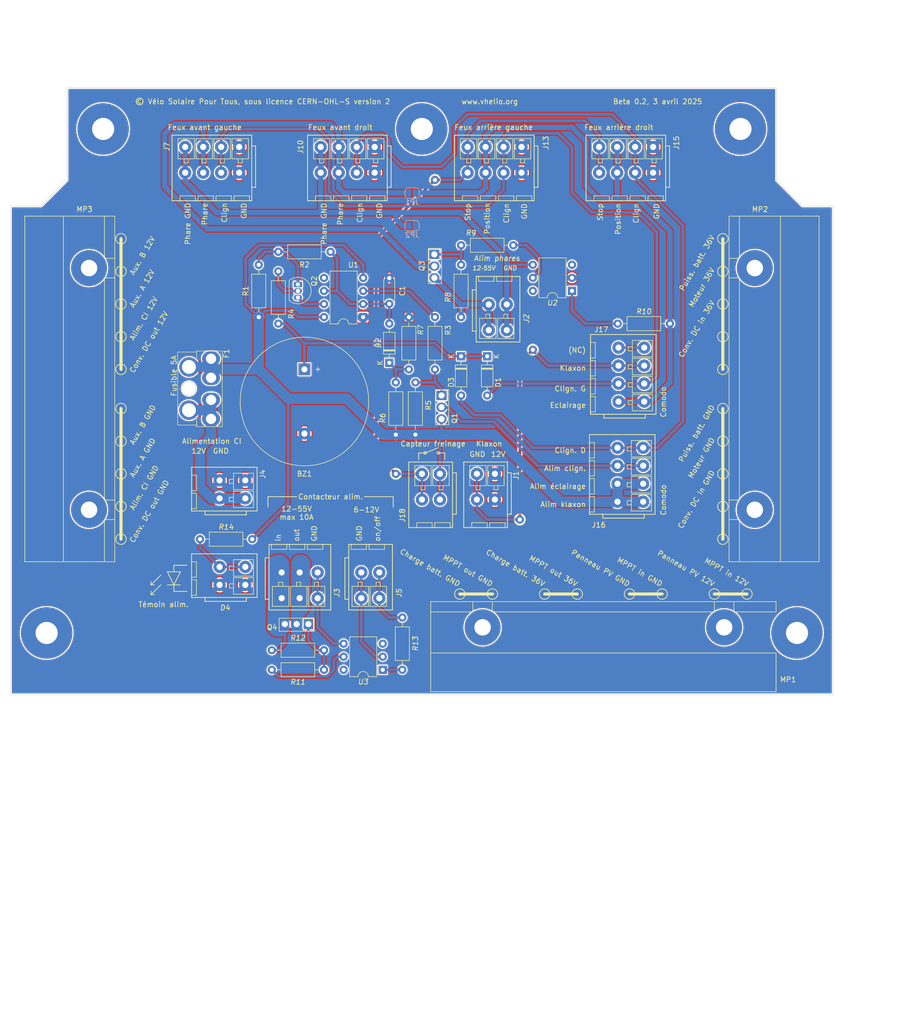
<source format=kicad_pcb>
(kicad_pcb (version 20211014) (generator pcbnew)

  (general
    (thickness 1.6)
  )

  (paper "A4")
  (layers
    (0 "F.Cu" signal)
    (31 "B.Cu" signal)
    (32 "B.Adhes" user "B.Adhesive")
    (33 "F.Adhes" user "F.Adhesive")
    (34 "B.Paste" user)
    (35 "F.Paste" user)
    (36 "B.SilkS" user "B.Silkscreen")
    (37 "F.SilkS" user "F.Silkscreen")
    (38 "B.Mask" user)
    (39 "F.Mask" user)
    (40 "Dwgs.User" user "User.Drawings")
    (41 "Cmts.User" user "User.Comments")
    (42 "Eco1.User" user "User.Eco1")
    (43 "Eco2.User" user "User.Eco2")
    (44 "Edge.Cuts" user)
    (45 "Margin" user)
    (46 "B.CrtYd" user "B.Courtyard")
    (47 "F.CrtYd" user "F.Courtyard")
    (48 "B.Fab" user)
    (49 "F.Fab" user)
    (50 "User.1" user)
    (51 "User.2" user)
    (52 "User.3" user)
    (53 "User.4" user)
    (54 "User.5" user)
    (55 "User.6" user)
    (56 "User.7" user)
    (57 "User.8" user)
    (58 "User.9" user)
  )

  (setup
    (stackup
      (layer "F.SilkS" (type "Top Silk Screen"))
      (layer "F.Paste" (type "Top Solder Paste"))
      (layer "F.Mask" (type "Top Solder Mask") (thickness 0.01))
      (layer "F.Cu" (type "copper") (thickness 0.035))
      (layer "dielectric 1" (type "core") (thickness 1.51) (material "FR4") (epsilon_r 4.5) (loss_tangent 0.02))
      (layer "B.Cu" (type "copper") (thickness 0.035))
      (layer "B.Mask" (type "Bottom Solder Mask") (thickness 0.01))
      (layer "B.Paste" (type "Bottom Solder Paste"))
      (layer "B.SilkS" (type "Bottom Silk Screen"))
      (copper_finish "None")
      (dielectric_constraints no)
    )
    (pad_to_mask_clearance 0)
    (pcbplotparams
      (layerselection 0x00010e0_ffffffff)
      (disableapertmacros false)
      (usegerberextensions false)
      (usegerberattributes true)
      (usegerberadvancedattributes true)
      (creategerberjobfile true)
      (svguseinch false)
      (svgprecision 6)
      (excludeedgelayer true)
      (plotframeref false)
      (viasonmask false)
      (mode 1)
      (useauxorigin false)
      (hpglpennumber 1)
      (hpglpenspeed 20)
      (hpglpendiameter 15.000000)
      (dxfpolygonmode true)
      (dxfimperialunits true)
      (dxfusepcbnewfont true)
      (psnegative false)
      (psa4output false)
      (plotreference true)
      (plotvalue true)
      (plotinvisibletext false)
      (sketchpadsonfab false)
      (subtractmaskfromsilk false)
      (outputformat 1)
      (mirror false)
      (drillshape 0)
      (scaleselection 1)
      (outputdirectory "")
    )
  )

  (net 0 "")
  (net 1 "GND")
  (net 2 "Net-(F1-Pad2)")
  (net 3 "Net-(D1-Pad2)")
  (net 4 "Net-(D3-Pad2)")
  (net 5 "/Phares")
  (net 6 "Net-(J13-Pad4)")
  (net 7 "Net-(J1-Pad2)")
  (net 8 "/Flasher/Out")
  (net 9 "unconnected-(J17-Pad4)")
  (net 10 "/12V_5A")
  (net 11 "Net-(Q1-Pad1)")
  (net 12 "Net-(C1-Pad1)")
  (net 13 "Net-(Q2-Pad1)")
  (net 14 "unconnected-(U1-Pad5)")
  (net 15 "Net-(Q2-Pad2)")
  (net 16 "/Flasher/Enable")
  (net 17 "Net-(Q2-Pad3)")
  (net 18 "Net-(R3-Pad1)")
  (net 19 "Net-(D2-Pad1)")
  (net 20 "Net-(J2-Pad1)")
  (net 21 "Net-(J10-Pad4)")
  (net 22 "Net-(J10-Pad3)")
  (net 23 "Net-(Q3-Pad1)")
  (net 24 "Net-(R9-Pad2)")
  (net 25 "Net-(R10-Pad1)")
  (net 26 "unconnected-(U2-Pad3)")
  (net 27 "unconnected-(U2-Pad6)")
  (net 28 "Net-(D4-Pad2)")
  (net 29 "Net-(J3-Pad1)")
  (net 30 "/Conv12V_In.Vbatt")
  (net 31 "Net-(J3-Pad3)")
  (net 32 "Net-(J5-Pad1)")
  (net 33 "Net-(J5-Pad2)")
  (net 34 "Net-(Q4-Pad1)")
  (net 35 "Net-(R11-Pad2)")
  (net 36 "Net-(R13-Pad1)")
  (net 37 "unconnected-(U3-Pad3)")
  (net 38 "unconnected-(U3-Pad6)")

  (footprint "circuit:Wago_221-500_SplicingConnectorHolder" (layer "F.Cu") (at 95.25 82.55 90))

  (footprint "Resistor_THT:R_Axial_DIN0207_L6.3mm_D2.5mm_P10.16mm_Horizontal" (layer "F.Cu") (at 156.21 137.16 90))

  (footprint "circuit:MountingHole_5mm" (layer "F.Cu") (at 87 130))

  (footprint "circuit:Buzzer_25x16_12.5" (layer "F.Cu") (at 137.16 78.74 -90))

  (footprint "circuit:TO-251-3_Vertical" (layer "F.Cu") (at 137.93 128.27 180))

  (footprint "Resistor_THT:R_Axial_DIN0207_L6.3mm_D2.5mm_P10.16mm_Horizontal" (layer "F.Cu") (at 140.97 137.16 180))

  (footprint "circuit:Generic_FuseHolder_MINI" (layer "F.Cu") (at 118.99 76.675 -90))

  (footprint "Resistor_THT:R_Axial_DIN0207_L6.3mm_D2.5mm_P10.16mm_Horizontal" (layer "F.Cu") (at 167.64 68.58 90))

  (footprint "Resistor_THT:R_Axial_DIN0207_L6.3mm_D2.5mm_P10.16mm_Horizontal" (layer "F.Cu") (at 130.81 133.35))

  (footprint "circuit:TerminalBlock_Wago_2601-3102_1x02_P3.50mm_Vertical" (layer "F.Cu") (at 120.65 103.830003 90))

  (footprint "Resistor_THT:R_Axial_DIN0207_L6.3mm_D2.5mm_P10.16mm_Horizontal" (layer "F.Cu") (at 162.56 68.58 -90))

  (footprint "circuit:MountingHole_5mm" (layer "F.Cu") (at 98 32))

  (footprint "circuit:TerminalBlock_Wago_2601-3104_1x04_P3.50mm_Vertical" (layer "F.Cu") (at 179.4 40.5 180))

  (footprint "Package_DIP:DIP-8_W7.62mm" (layer "F.Cu") (at 148.59 68.58 180))

  (footprint "circuit:TerminalBlock_Wago_2601-3102_1x02_P3.50mm_Vertical" (layer "F.Cu") (at 120.65 120.65 90))

  (footprint "circuit:Strap_D2.0mm_Drill1.0mm" (layer "F.Cu") (at 179.07 107.95))

  (footprint "circuit:TerminalBlock_Wago_2601-3104_1x04_P3.50mm_Vertical" (layer "F.Cu") (at 205 40.5 180))

  (footprint "Resistor_THT:R_Axial_DIN0207_L6.3mm_D2.5mm_P10.16mm_Horizontal" (layer "F.Cu") (at 167.64 54.61))

  (footprint "circuit:MountingHole_5mm" (layer "F.Cu") (at 222 32))

  (footprint "Diode_THT:D_DO-35_SOD27_P7.62mm_Horizontal" (layer "F.Cu") (at 172.72 76.2 -90))

  (footprint "Resistor_THT:R_Axial_DIN0207_L6.3mm_D2.5mm_P10.16mm_Horizontal" (layer "F.Cu") (at 198.12 69.85))

  (footprint "circuit:TO-92L_Inline" (layer "F.Cu") (at 135.89 62.23 -90))

  (footprint "circuit:TerminalBlock_Wago_2601-3104_1x04_P3.50mm_Vertical" (layer "F.Cu") (at 124.46 40.5 180))

  (footprint "circuit:TO-251-3_Vertical" (layer "F.Cu") (at 162.44 56.38 -90))

  (footprint "Resistor_THT:R_Axial_DIN0207_L6.3mm_D2.5mm_P10.16mm_Horizontal" (layer "F.Cu") (at 157.48 78.74 90))

  (footprint "circuit:TerminalBlock_Wago_2601-3102_1x02_P3.50mm_Vertical" (layer "F.Cu") (at 148.23 118.23))

  (footprint "circuit:TerminalBlock_Wago_2601-3104_1x04_P3.50mm_Vertical" (layer "F.Cu") (at 198.07 104.480004 90))

  (footprint "Resistor_THT:R_Axial_DIN0207_L6.3mm_D2.5mm_P10.16mm_Horizontal" (layer "F.Cu") (at 158.75 91.44 90))

  (footprint "circuit:TerminalBlock_Wago_2601-3103_1x03_P3.50mm_Vertical" (layer "F.Cu") (at 132.73 118.23))

  (footprint "Package_DIP:DIP-6_W7.62mm" (layer "F.Cu") (at 152.4 137.16 180))

  (footprint "circuit:Wago_221-500_SplicingConnectorHolder" (layer "F.Cu") (at 224.79 82.55 -90))

  (footprint "Resistor_THT:R_Axial_DIN0207_L6.3mm_D2.5mm_P10.16mm_Horizontal" (layer "F.Cu") (at 132.08 59.69 -90))

  (footprint "circuit:MountingHole_5mm" (layer "F.Cu") (at 160 32))

  (footprint "Resistor_THT:R_Axial_DIN0207_L6.3mm_D2.5mm_P10.16mm_Horizontal" (layer "F.Cu") (at 154.94 91.44 90))

  (footprint "circuit:Strap_D2.0mm_Drill1.0mm" (layer "F.Cu") (at 154.94 99.06))

  (footprint "Resistor_THT:R_Axial_DIN0207_L6.3mm_D2.5mm_P10.16mm_Horizontal" (layer "F.Cu") (at 128.27 68.58 90))

  (footprint "Resistor_THT:R_Axial_DIN0207_L6.3mm_D2.5mm_P10.16mm_Horizontal" (layer "F.Cu") (at 132.08 55.88))

  (footprint "circuit:Strap_D2.0mm_Drill1.0mm" (layer "F.Cu") (at 181.61 74.93))

  (footprint "Package_DIP:DIP-6_W7.62mm" (layer "F.Cu") (at 189.22 63.485 180))

  (footprint "Resistor_THT:R_Axial_DIN0207_L6.3mm_D2.5mm_P10.16mm_Horizontal" (layer "F.Cu") (at 116.84 111.76))

  (footprint "Capacitor_THT:C_Disc_D4.3mm_W1.9mm_P5.00mm" (layer "F.Cu") (at 153.67 66 90))

  (footprint "circuit:Strap_D2.0mm_Drill1.0mm" (layer "F.Cu") (at 162.549996 41.91))

  (footprint "circuit:TerminalBlock_Wago_2601-3102_1x02_P3.50mm_Vertical" (layer "F.Cu")
    (tedit 67E5B582) (tstamp d1f59784-1425-4f8a-bf53-1bb4d01da2cf)
    (at 173.029997 66.12)
    (tags "Wago 2601-3102")
    (property "Sheetfile" "circuit.kicad_sch")
    (property "Sheetname" "")
    (path "/aee3a435-29d0-4892-9ce4-da446db95373")
    (attr through_hole)
    (fp_text reference "J2" (at 7.310003 3.73 90 unlocked) (layer "F.SilkS")
      (effects (font (size 1 1) (thickness 0.15) italic) (justify left))
      (tstamp 32a5de5f-826e-47ae-80b7-3f98c2423328)
    )
    (fp_text value "Conn_Alim_Phares" (at 6.35 12.7 unlocked) (layer "F.Fab")
      (effects (font (size 1 1) (thickness 0.15)))
      (tstamp 89c6eaf8-0927-4614-8e15-bf5280646839)
    )
    (fp_text user "${REFERENCE}" (at -2.54 8.89 unlocked) (layer "F.Fab")
      (effects (font (size 1 1) (thickness 0.15)) (justify left))
      (tstamp d4d35d20-198e-4315-a248-c8a549273a0a)
    )
    (fp_line (start -0.599996 1.9) (end -0.599996 2.7) (layer "F.SilkS") (width 0.12) (tstamp 01d8810d-9f65-4f44-a5c6-4ed35c03e5c6))
    (fp_line (start -1.799996 6.6) (end -1.799996 2.7) (layer "F.SilkS") (wid
... [1417802 chars truncated]
</source>
